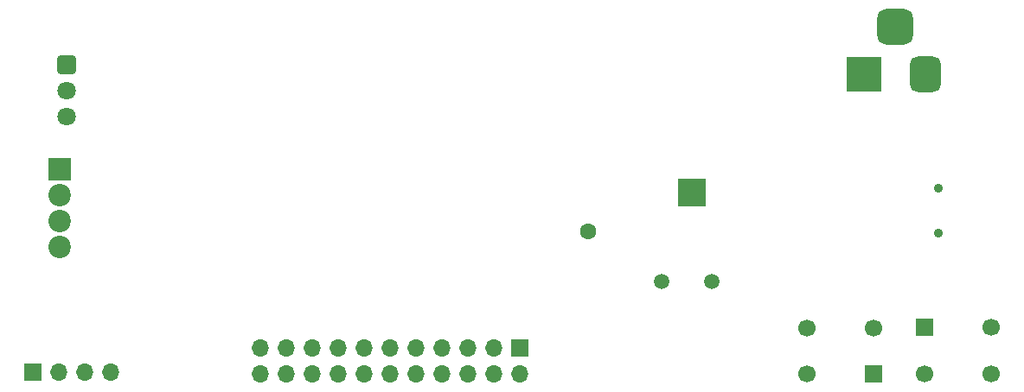
<source format=gbr>
%TF.GenerationSoftware,KiCad,Pcbnew,7.0.6*%
%TF.CreationDate,2024-04-30T21:14:55+02:00*%
%TF.ProjectId,heimdall_board,6865696d-6461-46c6-9c5f-626f6172642e,rev?*%
%TF.SameCoordinates,Original*%
%TF.FileFunction,Soldermask,Bot*%
%TF.FilePolarity,Negative*%
%FSLAX46Y46*%
G04 Gerber Fmt 4.6, Leading zero omitted, Abs format (unit mm)*
G04 Created by KiCad (PCBNEW 7.0.6) date 2024-04-30 21:14:55*
%MOMM*%
%LPD*%
G01*
G04 APERTURE LIST*
G04 Aperture macros list*
%AMRoundRect*
0 Rectangle with rounded corners*
0 $1 Rounding radius*
0 $2 $3 $4 $5 $6 $7 $8 $9 X,Y pos of 4 corners*
0 Add a 4 corners polygon primitive as box body*
4,1,4,$2,$3,$4,$5,$6,$7,$8,$9,$2,$3,0*
0 Add four circle primitives for the rounded corners*
1,1,$1+$1,$2,$3*
1,1,$1+$1,$4,$5*
1,1,$1+$1,$6,$7*
1,1,$1+$1,$8,$9*
0 Add four rect primitives between the rounded corners*
20,1,$1+$1,$2,$3,$4,$5,0*
20,1,$1+$1,$4,$5,$6,$7,0*
20,1,$1+$1,$6,$7,$8,$9,0*
20,1,$1+$1,$8,$9,$2,$3,0*%
G04 Aperture macros list end*
%ADD10R,2.200000X2.200000*%
%ADD11C,2.200000*%
%ADD12R,1.700000X1.700000*%
%ADD13C,1.700000*%
%ADD14R,3.500000X3.500000*%
%ADD15RoundRect,0.750000X0.750000X1.000000X-0.750000X1.000000X-0.750000X-1.000000X0.750000X-1.000000X0*%
%ADD16RoundRect,0.875000X0.875000X0.875000X-0.875000X0.875000X-0.875000X-0.875000X0.875000X-0.875000X0*%
%ADD17RoundRect,0.248400X-0.651600X0.651600X-0.651600X-0.651600X0.651600X-0.651600X0.651600X0.651600X0*%
%ADD18C,1.800000*%
%ADD19C,1.500000*%
%ADD20O,1.700000X1.700000*%
%ADD21C,0.900000*%
%ADD22R,2.700000X2.700000*%
%ADD23C,1.600000*%
G04 APERTURE END LIST*
D10*
%TO.C,J5*%
X103475000Y-100950000D03*
D11*
X103475000Y-103490000D03*
X103475000Y-106030000D03*
X103475000Y-108570000D03*
%TD*%
D12*
%TO.C,SW1*%
X183175000Y-121000000D03*
D13*
X176675000Y-121000000D03*
X183175000Y-116500000D03*
X176675000Y-116500000D03*
%TD*%
D14*
%TO.C,J3*%
X182275000Y-91650000D03*
D15*
X188275000Y-91650000D03*
D16*
X185275000Y-86950000D03*
%TD*%
D17*
%TO.C,U6*%
X104190000Y-90710000D03*
D18*
X104190000Y-93250000D03*
X104190000Y-95790000D03*
%TD*%
D19*
%TO.C,Y1*%
X167325000Y-111900000D03*
X162445000Y-111900000D03*
%TD*%
D12*
%TO.C,J2*%
X148515000Y-118450000D03*
D20*
X148515000Y-120990000D03*
X145975000Y-118450000D03*
X145975000Y-120990000D03*
X143435000Y-118450000D03*
X143435000Y-120990000D03*
X140895000Y-118450000D03*
X140895000Y-120990000D03*
X138355000Y-118450000D03*
X138355000Y-120990000D03*
X135815000Y-118450000D03*
X135815000Y-120990000D03*
X133275000Y-118450000D03*
X133275000Y-120990000D03*
X130735000Y-118450000D03*
X130735000Y-120990000D03*
X128195000Y-118450000D03*
X128195000Y-120990000D03*
X125655000Y-118450000D03*
X125655000Y-120990000D03*
X123115000Y-118450000D03*
X123115000Y-120990000D03*
%TD*%
D12*
%TO.C,SW2*%
X188175000Y-116450000D03*
D13*
X194675000Y-116450000D03*
X188175000Y-120950000D03*
X194675000Y-120950000D03*
%TD*%
D12*
%TO.C,J4*%
X100895000Y-120850000D03*
D20*
X103435000Y-120850000D03*
X105975000Y-120850000D03*
X108515000Y-120850000D03*
%TD*%
D21*
%TO.C,J1*%
X189550000Y-107150000D03*
X189550000Y-102750000D03*
%TD*%
D22*
%TO.C,BT1*%
X165425000Y-103200000D03*
D23*
X155255000Y-107050000D03*
%TD*%
M02*

</source>
